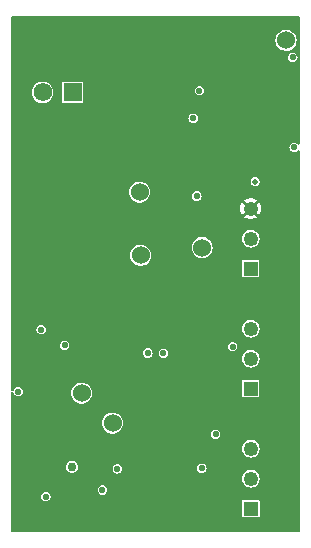
<source format=gbr>
%TF.GenerationSoftware,KiCad,Pcbnew,7.0.7*%
%TF.CreationDate,2023-10-04T23:23:25-04:00*%
%TF.ProjectId,AcousticsSingleChannel,41636f75-7374-4696-9373-53696e676c65,rev?*%
%TF.SameCoordinates,Original*%
%TF.FileFunction,Copper,L3,Inr*%
%TF.FilePolarity,Positive*%
%FSLAX46Y46*%
G04 Gerber Fmt 4.6, Leading zero omitted, Abs format (unit mm)*
G04 Created by KiCad (PCBNEW 7.0.7) date 2023-10-04 23:23:25*
%MOMM*%
%LPD*%
G01*
G04 APERTURE LIST*
%TA.AperFunction,ComponentPad*%
%ADD10C,1.524000*%
%TD*%
%TA.AperFunction,ComponentPad*%
%ADD11R,1.250000X1.250000*%
%TD*%
%TA.AperFunction,ComponentPad*%
%ADD12C,1.250000*%
%TD*%
%TA.AperFunction,ComponentPad*%
%ADD13R,1.570000X1.570000*%
%TD*%
%TA.AperFunction,ComponentPad*%
%ADD14C,1.570000*%
%TD*%
%TA.AperFunction,ViaPad*%
%ADD15C,0.550000*%
%TD*%
%TA.AperFunction,ViaPad*%
%ADD16C,0.762000*%
%TD*%
%TA.AperFunction,ViaPad*%
%ADD17C,0.508000*%
%TD*%
G04 APERTURE END LIST*
D10*
%TO.N,/Band Pass Filter/F1_Out*%
%TO.C,*%
X147104060Y-93902005D03*
%TD*%
D11*
%TO.N,GND*%
%TO.C,J3*%
X156497060Y-100379005D03*
D12*
%TO.N,VCC*%
X156497060Y-97839005D03*
%TO.N,AGND*%
X156497060Y-95299005D03*
%TD*%
D10*
%TO.N,/BufferBiasAmp/BBA_OUT*%
%TO.C,*%
X159495850Y-81065985D03*
%TD*%
%TO.N,/Band Pass Filter/F2_Out*%
%TO.C,*%
X147193130Y-99264135D03*
%TD*%
%TO.N,/OutputAmplifier/Amp_Out*%
%TO.C,*%
X142198850Y-110921425D03*
%TD*%
%TO.N,/Band Pass Filter/BPF_OUT*%
%TO.C,*%
X144809960Y-113461855D03*
%TD*%
D11*
%TO.N,/OutputAmplifier/G0_out*%
%TO.C,J1*%
X156497060Y-110539005D03*
D12*
%TO.N,/OutputAmplifier/G1_out*%
X156497060Y-107999005D03*
%TO.N,/OutputAmplifier/G2_out*%
X156497060Y-105459005D03*
%TD*%
D11*
%TO.N,Net-(J2-Pad1)*%
%TO.C,J2*%
X156502060Y-120699005D03*
D12*
%TO.N,Net-(U4-CLK)*%
X156502060Y-118159005D03*
%TO.N,Net-(U4-~{CS})*%
X156502060Y-115619005D03*
%TD*%
D13*
%TO.N,GND*%
%TO.C,J8*%
X141424670Y-85460765D03*
D14*
%TO.N,/BufferBiasAmp/BBA_IN*%
X138884670Y-85460765D03*
%TD*%
D10*
%TO.N,/Band Pass Filter/F3_Out*%
%TO.C,*%
X152396430Y-98598235D03*
%TD*%
D15*
%TO.N,VCC*%
X138767240Y-105543095D03*
X160193940Y-90128805D03*
D16*
X141389060Y-117164605D03*
D15*
X154978060Y-106983005D03*
X151644030Y-87656185D03*
X147801310Y-107528845D03*
X152364830Y-117284755D03*
%TO.N,GND*%
X139167562Y-119683005D03*
X149122260Y-107552225D03*
X151944900Y-94238165D03*
X136817060Y-110793005D03*
X152163480Y-85307565D03*
X153525920Y-114393665D03*
X140754060Y-106881405D03*
X160046970Y-82498885D03*
X143949930Y-119125595D03*
D17*
%TO.N,AGND*%
X149557140Y-114758175D03*
D15*
X152335320Y-79738225D03*
X150826680Y-85621885D03*
D17*
X150764750Y-114783685D03*
X150418210Y-119157205D03*
D15*
X153133430Y-87638015D03*
X148585470Y-106241905D03*
D17*
X147541970Y-119149485D03*
X149051900Y-119185215D03*
D15*
X145455910Y-97988195D03*
X142865160Y-116835605D03*
D17*
X148116120Y-114840215D03*
X145497310Y-114958245D03*
X145951630Y-119158415D03*
D15*
X148882060Y-113079005D03*
X151931090Y-97107595D03*
X158568490Y-89270005D03*
D17*
%TO.N,/Band Pass Filter/F1_Out*%
X156883060Y-93013005D03*
D15*
%TO.N,/Band Pass Filter/BPF_OUT*%
X145217250Y-117332995D03*
%TD*%
%TA.AperFunction,Conductor*%
%TO.N,AGND*%
G36*
X160636099Y-79009190D02*
G01*
X160681854Y-79061994D01*
X160693060Y-79113505D01*
X160693060Y-82429604D01*
X160673375Y-82496643D01*
X160669182Y-82500275D01*
X160692037Y-82552272D01*
X160693060Y-82568165D01*
X160693060Y-89759342D01*
X160673375Y-89826381D01*
X160620571Y-89872136D01*
X160551413Y-89882080D01*
X160487857Y-89853055D01*
X160481379Y-89847023D01*
X160433474Y-89799118D01*
X160319866Y-89741231D01*
X160193943Y-89721288D01*
X160193937Y-89721288D01*
X160068013Y-89741231D01*
X159954405Y-89799118D01*
X159864253Y-89889270D01*
X159806366Y-90002878D01*
X159786423Y-90128801D01*
X159786423Y-90128808D01*
X159806366Y-90254731D01*
X159864253Y-90368339D01*
X159954405Y-90458491D01*
X159954407Y-90458492D01*
X159954408Y-90458493D01*
X160068010Y-90516377D01*
X160068011Y-90516377D01*
X160068013Y-90516378D01*
X160193937Y-90536322D01*
X160193940Y-90536322D01*
X160193943Y-90536322D01*
X160319866Y-90516378D01*
X160319867Y-90516377D01*
X160319870Y-90516377D01*
X160433472Y-90458493D01*
X160433474Y-90458490D01*
X160481379Y-90410587D01*
X160542702Y-90377102D01*
X160612394Y-90382086D01*
X160668327Y-90423958D01*
X160692744Y-90489422D01*
X160693060Y-90498268D01*
X160693060Y-122533505D01*
X160673375Y-122600544D01*
X160620571Y-122646299D01*
X160569060Y-122657505D01*
X136306060Y-122657505D01*
X136239021Y-122637820D01*
X136193266Y-122585016D01*
X136182060Y-122533505D01*
X136182060Y-121336563D01*
X155749560Y-121336563D01*
X155756958Y-121373754D01*
X155785137Y-121415927D01*
X155827310Y-121444106D01*
X155827312Y-121444107D01*
X155855265Y-121449667D01*
X155864501Y-121451505D01*
X155864502Y-121451505D01*
X157139619Y-121451505D01*
X157147017Y-121450033D01*
X157176808Y-121444107D01*
X157218982Y-121415927D01*
X157247162Y-121373753D01*
X157254560Y-121336563D01*
X157254560Y-120061447D01*
X157247162Y-120024257D01*
X157247161Y-120024255D01*
X157218982Y-119982082D01*
X157176809Y-119953903D01*
X157139619Y-119946505D01*
X157139618Y-119946505D01*
X155864502Y-119946505D01*
X155864501Y-119946505D01*
X155827310Y-119953903D01*
X155785137Y-119982082D01*
X155756958Y-120024255D01*
X155749560Y-120061446D01*
X155749560Y-121336563D01*
X136182060Y-121336563D01*
X136182060Y-119683008D01*
X138760045Y-119683008D01*
X138779988Y-119808931D01*
X138837875Y-119922539D01*
X138928027Y-120012691D01*
X138928029Y-120012692D01*
X138928030Y-120012693D01*
X139041632Y-120070577D01*
X139041633Y-120070577D01*
X139041635Y-120070578D01*
X139167559Y-120090522D01*
X139167562Y-120090522D01*
X139167565Y-120090522D01*
X139293488Y-120070578D01*
X139293489Y-120070577D01*
X139293492Y-120070577D01*
X139407094Y-120012693D01*
X139497250Y-119922537D01*
X139555134Y-119808935D01*
X139575079Y-119683005D01*
X139575079Y-119683001D01*
X139555135Y-119557078D01*
X139555134Y-119557076D01*
X139555134Y-119557075D01*
X139497250Y-119443473D01*
X139497249Y-119443472D01*
X139497248Y-119443470D01*
X139407096Y-119353318D01*
X139293488Y-119295431D01*
X139167565Y-119275488D01*
X139167559Y-119275488D01*
X139041635Y-119295431D01*
X138928027Y-119353318D01*
X138837875Y-119443470D01*
X138779988Y-119557078D01*
X138760045Y-119683001D01*
X138760045Y-119683008D01*
X136182060Y-119683008D01*
X136182060Y-119125598D01*
X143542413Y-119125598D01*
X143562356Y-119251521D01*
X143620243Y-119365129D01*
X143710395Y-119455281D01*
X143710397Y-119455282D01*
X143710398Y-119455283D01*
X143824000Y-119513167D01*
X143824001Y-119513167D01*
X143824003Y-119513168D01*
X143949927Y-119533112D01*
X143949930Y-119533112D01*
X143949933Y-119533112D01*
X144075856Y-119513168D01*
X144075857Y-119513167D01*
X144075860Y-119513167D01*
X144189462Y-119455283D01*
X144279618Y-119365127D01*
X144337502Y-119251525D01*
X144357447Y-119125595D01*
X144357447Y-119125591D01*
X144337503Y-118999668D01*
X144337502Y-118999666D01*
X144337502Y-118999665D01*
X144279618Y-118886063D01*
X144279617Y-118886062D01*
X144279616Y-118886060D01*
X144189464Y-118795908D01*
X144075856Y-118738021D01*
X143949933Y-118718078D01*
X143949927Y-118718078D01*
X143824003Y-118738021D01*
X143710395Y-118795908D01*
X143620243Y-118886060D01*
X143562356Y-118999668D01*
X143542413Y-119125591D01*
X143542413Y-119125598D01*
X136182060Y-119125598D01*
X136182060Y-118159008D01*
X155744798Y-118159008D01*
X155763782Y-118327508D01*
X155819790Y-118487568D01*
X155819791Y-118487569D01*
X155910009Y-118631150D01*
X156029915Y-118751056D01*
X156173493Y-118841272D01*
X156173496Y-118841274D01*
X156333556Y-118897282D01*
X156502056Y-118916267D01*
X156502060Y-118916267D01*
X156502064Y-118916267D01*
X156670563Y-118897282D01*
X156670565Y-118897281D01*
X156670567Y-118897281D01*
X156830624Y-118841274D01*
X156974205Y-118751056D01*
X157094111Y-118631150D01*
X157184329Y-118487569D01*
X157240336Y-118327512D01*
X157240336Y-118327510D01*
X157240337Y-118327508D01*
X157259322Y-118159008D01*
X157259322Y-118159001D01*
X157240337Y-117990501D01*
X157184329Y-117830441D01*
X157184327Y-117830438D01*
X157115291Y-117720568D01*
X157094111Y-117686860D01*
X156974205Y-117566954D01*
X156830624Y-117476736D01*
X156830625Y-117476736D01*
X156830623Y-117476735D01*
X156670563Y-117420727D01*
X156502064Y-117401743D01*
X156502056Y-117401743D01*
X156333556Y-117420727D01*
X156173496Y-117476735D01*
X156173493Y-117476737D01*
X156029914Y-117566954D01*
X155910009Y-117686859D01*
X155819792Y-117830438D01*
X155819790Y-117830441D01*
X155763782Y-117990501D01*
X155744798Y-118159001D01*
X155744798Y-118159008D01*
X136182060Y-118159008D01*
X136182060Y-117164604D01*
X140875331Y-117164604D01*
X140896140Y-117309339D01*
X140938340Y-117401743D01*
X140956884Y-117442348D01*
X141052639Y-117552855D01*
X141052641Y-117552856D01*
X141052640Y-117552856D01*
X141074577Y-117566954D01*
X141175649Y-117631909D01*
X141280455Y-117662683D01*
X141315948Y-117673105D01*
X141315949Y-117673105D01*
X141462172Y-117673105D01*
X141486314Y-117666015D01*
X141602471Y-117631909D01*
X141725481Y-117552855D01*
X141821236Y-117442348D01*
X141871174Y-117332998D01*
X144809733Y-117332998D01*
X144829676Y-117458921D01*
X144887563Y-117572529D01*
X144977715Y-117662681D01*
X144977717Y-117662682D01*
X144977718Y-117662683D01*
X145091320Y-117720567D01*
X145091321Y-117720567D01*
X145091323Y-117720568D01*
X145217247Y-117740512D01*
X145217250Y-117740512D01*
X145217253Y-117740512D01*
X145343176Y-117720568D01*
X145343177Y-117720567D01*
X145343180Y-117720567D01*
X145456782Y-117662683D01*
X145546938Y-117572527D01*
X145604822Y-117458925D01*
X145604823Y-117458921D01*
X145624767Y-117332998D01*
X145624767Y-117332991D01*
X145617128Y-117284758D01*
X151957313Y-117284758D01*
X151977256Y-117410681D01*
X152035143Y-117524289D01*
X152125295Y-117614441D01*
X152125297Y-117614442D01*
X152125298Y-117614443D01*
X152238900Y-117672327D01*
X152238901Y-117672327D01*
X152238903Y-117672328D01*
X152364827Y-117692272D01*
X152364830Y-117692272D01*
X152364833Y-117692272D01*
X152490756Y-117672328D01*
X152490757Y-117672327D01*
X152490760Y-117672327D01*
X152604362Y-117614443D01*
X152694518Y-117524287D01*
X152752402Y-117410685D01*
X152752403Y-117410681D01*
X152772347Y-117284758D01*
X152772347Y-117284751D01*
X152752403Y-117158828D01*
X152752402Y-117158826D01*
X152752402Y-117158825D01*
X152694518Y-117045223D01*
X152694517Y-117045222D01*
X152694516Y-117045220D01*
X152604364Y-116955068D01*
X152490756Y-116897181D01*
X152364833Y-116877238D01*
X152364827Y-116877238D01*
X152238903Y-116897181D01*
X152125295Y-116955068D01*
X152035143Y-117045220D01*
X151977256Y-117158828D01*
X151957313Y-117284751D01*
X151957313Y-117284758D01*
X145617128Y-117284758D01*
X145604823Y-117207068D01*
X145604822Y-117207066D01*
X145604822Y-117207065D01*
X145546938Y-117093463D01*
X145546937Y-117093462D01*
X145546936Y-117093460D01*
X145456784Y-117003308D01*
X145343176Y-116945421D01*
X145217253Y-116925478D01*
X145217247Y-116925478D01*
X145091323Y-116945421D01*
X144977715Y-117003308D01*
X144887563Y-117093460D01*
X144829676Y-117207068D01*
X144809733Y-117332991D01*
X144809733Y-117332998D01*
X141871174Y-117332998D01*
X141881979Y-117309339D01*
X141902789Y-117164605D01*
X141881979Y-117019871D01*
X141874414Y-117003307D01*
X141825949Y-116897183D01*
X141821236Y-116886862D01*
X141725481Y-116776355D01*
X141725478Y-116776353D01*
X141725479Y-116776353D01*
X141602473Y-116697302D01*
X141602472Y-116697301D01*
X141602471Y-116697301D01*
X141520492Y-116673229D01*
X141462172Y-116656105D01*
X141462171Y-116656105D01*
X141315949Y-116656105D01*
X141315948Y-116656105D01*
X141175646Y-116697302D01*
X141052640Y-116776353D01*
X140956884Y-116886862D01*
X140956883Y-116886863D01*
X140896140Y-117019870D01*
X140875331Y-117164604D01*
X136182060Y-117164604D01*
X136182060Y-115619008D01*
X155744798Y-115619008D01*
X155763782Y-115787508D01*
X155819790Y-115947568D01*
X155819791Y-115947569D01*
X155910009Y-116091150D01*
X156029915Y-116211056D01*
X156173493Y-116301272D01*
X156173496Y-116301274D01*
X156333556Y-116357282D01*
X156502056Y-116376267D01*
X156502060Y-116376267D01*
X156502064Y-116376267D01*
X156670563Y-116357282D01*
X156670565Y-116357281D01*
X156670567Y-116357281D01*
X156830624Y-116301274D01*
X156974205Y-116211056D01*
X157094111Y-116091150D01*
X157184329Y-115947569D01*
X157240336Y-115787512D01*
X157240336Y-115787510D01*
X157240337Y-115787508D01*
X157259322Y-115619008D01*
X157259322Y-115619001D01*
X157240337Y-115450501D01*
X157184329Y-115290441D01*
X157184327Y-115290438D01*
X157094110Y-115146859D01*
X156974205Y-115026954D01*
X156830626Y-114936737D01*
X156830623Y-114936735D01*
X156670563Y-114880727D01*
X156502064Y-114861743D01*
X156502056Y-114861743D01*
X156333556Y-114880727D01*
X156173496Y-114936735D01*
X156173493Y-114936737D01*
X156029914Y-115026954D01*
X155910009Y-115146859D01*
X155819792Y-115290438D01*
X155819790Y-115290441D01*
X155763782Y-115450501D01*
X155744798Y-115619001D01*
X155744798Y-115619008D01*
X136182060Y-115619008D01*
X136182060Y-114393668D01*
X153118403Y-114393668D01*
X153138346Y-114519591D01*
X153196233Y-114633199D01*
X153286385Y-114723351D01*
X153286387Y-114723352D01*
X153286388Y-114723353D01*
X153399990Y-114781237D01*
X153399991Y-114781237D01*
X153399993Y-114781238D01*
X153525917Y-114801182D01*
X153525920Y-114801182D01*
X153525923Y-114801182D01*
X153651846Y-114781238D01*
X153651847Y-114781237D01*
X153651850Y-114781237D01*
X153765452Y-114723353D01*
X153855608Y-114633197D01*
X153913492Y-114519595D01*
X153933437Y-114393665D01*
X153933437Y-114393661D01*
X153913493Y-114267738D01*
X153913492Y-114267736D01*
X153913492Y-114267735D01*
X153855608Y-114154133D01*
X153855607Y-114154132D01*
X153855606Y-114154130D01*
X153765454Y-114063978D01*
X153651846Y-114006091D01*
X153525923Y-113986148D01*
X153525917Y-113986148D01*
X153399993Y-114006091D01*
X153286385Y-114063978D01*
X153196233Y-114154130D01*
X153138346Y-114267738D01*
X153118403Y-114393661D01*
X153118403Y-114393668D01*
X136182060Y-114393668D01*
X136182060Y-113461855D01*
X143915560Y-113461855D01*
X143935105Y-113647813D01*
X143935106Y-113647815D01*
X143992885Y-113825641D01*
X144086373Y-113987568D01*
X144211490Y-114126524D01*
X144362755Y-114236425D01*
X144362756Y-114236425D01*
X144362760Y-114236428D01*
X144464956Y-114281928D01*
X144533569Y-114312478D01*
X144533575Y-114312480D01*
X144716470Y-114351355D01*
X144716471Y-114351355D01*
X144903449Y-114351355D01*
X144903450Y-114351355D01*
X145086345Y-114312480D01*
X145086347Y-114312478D01*
X145086350Y-114312478D01*
X145109461Y-114302187D01*
X145257160Y-114236428D01*
X145408430Y-114126524D01*
X145533545Y-113987570D01*
X145627035Y-113825640D01*
X145684815Y-113647811D01*
X145704360Y-113461855D01*
X145684815Y-113275899D01*
X145627035Y-113098070D01*
X145533545Y-112936140D01*
X145408430Y-112797186D01*
X145408429Y-112797185D01*
X145257164Y-112687284D01*
X145257161Y-112687282D01*
X145257160Y-112687282D01*
X145211658Y-112667023D01*
X145086350Y-112611231D01*
X145086344Y-112611229D01*
X144942324Y-112580617D01*
X144903450Y-112572355D01*
X144716470Y-112572355D01*
X144684410Y-112579169D01*
X144533575Y-112611229D01*
X144533569Y-112611231D01*
X144362760Y-112687282D01*
X144362755Y-112687284D01*
X144211490Y-112797185D01*
X144086373Y-112936141D01*
X143992885Y-113098068D01*
X143935106Y-113275894D01*
X143935105Y-113275896D01*
X143915560Y-113461855D01*
X136182060Y-113461855D01*
X136182060Y-110932307D01*
X136201745Y-110865268D01*
X136254549Y-110819513D01*
X136323707Y-110809569D01*
X136387263Y-110838594D01*
X136425037Y-110897372D01*
X136428533Y-110912910D01*
X136429486Y-110918931D01*
X136429487Y-110918934D01*
X136429488Y-110918935D01*
X136468077Y-110994669D01*
X136487373Y-111032539D01*
X136577525Y-111122691D01*
X136577527Y-111122692D01*
X136577528Y-111122693D01*
X136691130Y-111180577D01*
X136691131Y-111180577D01*
X136691133Y-111180578D01*
X136817057Y-111200522D01*
X136817060Y-111200522D01*
X136817063Y-111200522D01*
X136942986Y-111180578D01*
X136942987Y-111180577D01*
X136942990Y-111180577D01*
X137056592Y-111122693D01*
X137146748Y-111032537D01*
X137203363Y-110921425D01*
X141304450Y-110921425D01*
X141323995Y-111107383D01*
X141323996Y-111107385D01*
X141381775Y-111285211D01*
X141475263Y-111447138D01*
X141600380Y-111586094D01*
X141751645Y-111695995D01*
X141751646Y-111695995D01*
X141751650Y-111695998D01*
X141853846Y-111741498D01*
X141922459Y-111772048D01*
X141922465Y-111772050D01*
X142105360Y-111810925D01*
X142105361Y-111810925D01*
X142292339Y-111810925D01*
X142292340Y-111810925D01*
X142475235Y-111772050D01*
X142475237Y-111772048D01*
X142475240Y-111772048D01*
X142498351Y-111761757D01*
X142646050Y-111695998D01*
X142797320Y-111586094D01*
X142922435Y-111447140D01*
X143015925Y-111285210D01*
X143051226Y-111176563D01*
X155744560Y-111176563D01*
X155751958Y-111213754D01*
X155780137Y-111255927D01*
X155822310Y-111284106D01*
X155822312Y-111284107D01*
X155850265Y-111289667D01*
X155859501Y-111291505D01*
X155859502Y-111291505D01*
X157134619Y-111291505D01*
X157142017Y-111290033D01*
X157171808Y-111284107D01*
X157213982Y-111255927D01*
X157242162Y-111213753D01*
X157249560Y-111176563D01*
X157249560Y-109901447D01*
X157242162Y-109864257D01*
X157242161Y-109864255D01*
X157213982Y-109822082D01*
X157171809Y-109793903D01*
X157134619Y-109786505D01*
X157134618Y-109786505D01*
X155859502Y-109786505D01*
X155859501Y-109786505D01*
X155822310Y-109793903D01*
X155780137Y-109822082D01*
X155751958Y-109864255D01*
X155744560Y-109901446D01*
X155744560Y-111176563D01*
X143051226Y-111176563D01*
X143073705Y-111107381D01*
X143093250Y-110921425D01*
X143073705Y-110735469D01*
X143015925Y-110557640D01*
X143013519Y-110553473D01*
X142922436Y-110395711D01*
X142797319Y-110256755D01*
X142646054Y-110146854D01*
X142646051Y-110146852D01*
X142646050Y-110146852D01*
X142600548Y-110126593D01*
X142475240Y-110070801D01*
X142475234Y-110070799D01*
X142331214Y-110040187D01*
X142292340Y-110031925D01*
X142105360Y-110031925D01*
X142073300Y-110038739D01*
X141922465Y-110070799D01*
X141922459Y-110070801D01*
X141751650Y-110146852D01*
X141751645Y-110146854D01*
X141600380Y-110256755D01*
X141475263Y-110395711D01*
X141381775Y-110557638D01*
X141323996Y-110735464D01*
X141323995Y-110735466D01*
X141304450Y-110921425D01*
X137203363Y-110921425D01*
X137204632Y-110918935D01*
X137204633Y-110918931D01*
X137224577Y-110793008D01*
X137224577Y-110793001D01*
X137204633Y-110667078D01*
X137204632Y-110667076D01*
X137204632Y-110667075D01*
X137146748Y-110553473D01*
X137146747Y-110553472D01*
X137146746Y-110553470D01*
X137056594Y-110463318D01*
X136942986Y-110405431D01*
X136817063Y-110385488D01*
X136817057Y-110385488D01*
X136691133Y-110405431D01*
X136577525Y-110463318D01*
X136487373Y-110553470D01*
X136429486Y-110667078D01*
X136428533Y-110673100D01*
X136398604Y-110736235D01*
X136339292Y-110773166D01*
X136269429Y-110772168D01*
X136211197Y-110733558D01*
X136183083Y-110669594D01*
X136182060Y-110653702D01*
X136182060Y-107999008D01*
X155739798Y-107999008D01*
X155758782Y-108167508D01*
X155814790Y-108327568D01*
X155814791Y-108327569D01*
X155905009Y-108471150D01*
X156024915Y-108591056D01*
X156168493Y-108681272D01*
X156168496Y-108681274D01*
X156328556Y-108737282D01*
X156497056Y-108756267D01*
X156497060Y-108756267D01*
X156497064Y-108756267D01*
X156665563Y-108737282D01*
X156665565Y-108737281D01*
X156665567Y-108737281D01*
X156825624Y-108681274D01*
X156969205Y-108591056D01*
X157089111Y-108471150D01*
X157179329Y-108327569D01*
X157235336Y-108167512D01*
X157235336Y-108167510D01*
X157235337Y-108167508D01*
X157254322Y-107999008D01*
X157254322Y-107999001D01*
X157235337Y-107830501D01*
X157179329Y-107670441D01*
X157179327Y-107670438D01*
X157169483Y-107654771D01*
X157089111Y-107526860D01*
X156969205Y-107406954D01*
X156911313Y-107370578D01*
X156825626Y-107316737D01*
X156825623Y-107316735D01*
X156665563Y-107260727D01*
X156497064Y-107241743D01*
X156497056Y-107241743D01*
X156328556Y-107260727D01*
X156168496Y-107316735D01*
X156168493Y-107316737D01*
X156024914Y-107406954D01*
X155905009Y-107526859D01*
X155814792Y-107670438D01*
X155814790Y-107670441D01*
X155758782Y-107830501D01*
X155739798Y-107999001D01*
X155739798Y-107999008D01*
X136182060Y-107999008D01*
X136182060Y-107528848D01*
X147393793Y-107528848D01*
X147413736Y-107654771D01*
X147471623Y-107768379D01*
X147561775Y-107858531D01*
X147561777Y-107858532D01*
X147561778Y-107858533D01*
X147675380Y-107916417D01*
X147675381Y-107916417D01*
X147675383Y-107916418D01*
X147801307Y-107936362D01*
X147801310Y-107936362D01*
X147801313Y-107936362D01*
X147927236Y-107916418D01*
X147927237Y-107916417D01*
X147927240Y-107916417D01*
X148040842Y-107858533D01*
X148130998Y-107768377D01*
X148188882Y-107654775D01*
X148205124Y-107552228D01*
X148714743Y-107552228D01*
X148734686Y-107678151D01*
X148792573Y-107791759D01*
X148882725Y-107881911D01*
X148882727Y-107881912D01*
X148882728Y-107881913D01*
X148996330Y-107939797D01*
X148996331Y-107939797D01*
X148996333Y-107939798D01*
X149122257Y-107959742D01*
X149122260Y-107959742D01*
X149122263Y-107959742D01*
X149248186Y-107939798D01*
X149248187Y-107939797D01*
X149248190Y-107939797D01*
X149361792Y-107881913D01*
X149451948Y-107791757D01*
X149509832Y-107678155D01*
X149511054Y-107670441D01*
X149529777Y-107552228D01*
X149529777Y-107552221D01*
X149509833Y-107426298D01*
X149509832Y-107426296D01*
X149509832Y-107426295D01*
X149451948Y-107312693D01*
X149451947Y-107312692D01*
X149451946Y-107312690D01*
X149361794Y-107222538D01*
X149248186Y-107164651D01*
X149122263Y-107144708D01*
X149122257Y-107144708D01*
X148996333Y-107164651D01*
X148882725Y-107222538D01*
X148792573Y-107312690D01*
X148734686Y-107426298D01*
X148714743Y-107552221D01*
X148714743Y-107552228D01*
X148205124Y-107552228D01*
X148208827Y-107528845D01*
X148208827Y-107528841D01*
X148188883Y-107402918D01*
X148188882Y-107402916D01*
X148188882Y-107402915D01*
X148130998Y-107289313D01*
X148130997Y-107289312D01*
X148130996Y-107289310D01*
X148040844Y-107199158D01*
X147927236Y-107141271D01*
X147801313Y-107121328D01*
X147801307Y-107121328D01*
X147675383Y-107141271D01*
X147561775Y-107199158D01*
X147471623Y-107289310D01*
X147413736Y-107402918D01*
X147393793Y-107528841D01*
X147393793Y-107528848D01*
X136182060Y-107528848D01*
X136182060Y-106881408D01*
X140346543Y-106881408D01*
X140366486Y-107007331D01*
X140424373Y-107120939D01*
X140514525Y-107211091D01*
X140514527Y-107211092D01*
X140514528Y-107211093D01*
X140628130Y-107268977D01*
X140628131Y-107268977D01*
X140628133Y-107268978D01*
X140754057Y-107288922D01*
X140754060Y-107288922D01*
X140754063Y-107288922D01*
X140879986Y-107268978D01*
X140879987Y-107268977D01*
X140879990Y-107268977D01*
X140993592Y-107211093D01*
X141083748Y-107120937D01*
X141141632Y-107007335D01*
X141145485Y-106983008D01*
X154570543Y-106983008D01*
X154590486Y-107108931D01*
X154648373Y-107222539D01*
X154738525Y-107312691D01*
X154738527Y-107312692D01*
X154738528Y-107312693D01*
X154852130Y-107370577D01*
X154852131Y-107370577D01*
X154852133Y-107370578D01*
X154978057Y-107390522D01*
X154978060Y-107390522D01*
X154978063Y-107390522D01*
X155103986Y-107370578D01*
X155103987Y-107370577D01*
X155103990Y-107370577D01*
X155217592Y-107312693D01*
X155307748Y-107222537D01*
X155365632Y-107108935D01*
X155381724Y-107007335D01*
X155385577Y-106983008D01*
X155385577Y-106983001D01*
X155365633Y-106857078D01*
X155365632Y-106857076D01*
X155365632Y-106857075D01*
X155307748Y-106743473D01*
X155307747Y-106743472D01*
X155307746Y-106743470D01*
X155217594Y-106653318D01*
X155103986Y-106595431D01*
X154978063Y-106575488D01*
X154978057Y-106575488D01*
X154852133Y-106595431D01*
X154738525Y-106653318D01*
X154648373Y-106743470D01*
X154590486Y-106857078D01*
X154570543Y-106983001D01*
X154570543Y-106983008D01*
X141145485Y-106983008D01*
X141161577Y-106881408D01*
X141161577Y-106881401D01*
X141141633Y-106755478D01*
X141141632Y-106755476D01*
X141141632Y-106755475D01*
X141083748Y-106641873D01*
X141083747Y-106641872D01*
X141083746Y-106641870D01*
X140993594Y-106551718D01*
X140879986Y-106493831D01*
X140754063Y-106473888D01*
X140754057Y-106473888D01*
X140628133Y-106493831D01*
X140514525Y-106551718D01*
X140424373Y-106641870D01*
X140366486Y-106755478D01*
X140346543Y-106881401D01*
X140346543Y-106881408D01*
X136182060Y-106881408D01*
X136182060Y-105543098D01*
X138359723Y-105543098D01*
X138379666Y-105669021D01*
X138437553Y-105782629D01*
X138527705Y-105872781D01*
X138527707Y-105872782D01*
X138527708Y-105872783D01*
X138641310Y-105930667D01*
X138641311Y-105930667D01*
X138641313Y-105930668D01*
X138767237Y-105950612D01*
X138767240Y-105950612D01*
X138767243Y-105950612D01*
X138893166Y-105930668D01*
X138893167Y-105930667D01*
X138893170Y-105930667D01*
X139006772Y-105872783D01*
X139096928Y-105782627D01*
X139154812Y-105669025D01*
X139174757Y-105543095D01*
X139174757Y-105543091D01*
X139161440Y-105459008D01*
X155739798Y-105459008D01*
X155758782Y-105627508D01*
X155814790Y-105787568D01*
X155814792Y-105787571D01*
X155904706Y-105930667D01*
X155905009Y-105931150D01*
X156024915Y-106051056D01*
X156168493Y-106141272D01*
X156168496Y-106141274D01*
X156328556Y-106197282D01*
X156497056Y-106216267D01*
X156497060Y-106216267D01*
X156497064Y-106216267D01*
X156665563Y-106197282D01*
X156665565Y-106197281D01*
X156665567Y-106197281D01*
X156825624Y-106141274D01*
X156969205Y-106051056D01*
X157089111Y-105931150D01*
X157179329Y-105787569D01*
X157235336Y-105627512D01*
X157235336Y-105627510D01*
X157235337Y-105627508D01*
X157254322Y-105459008D01*
X157254322Y-105459001D01*
X157235337Y-105290501D01*
X157179329Y-105130441D01*
X157179327Y-105130438D01*
X157089110Y-104986859D01*
X156969205Y-104866954D01*
X156825626Y-104776737D01*
X156825623Y-104776735D01*
X156665563Y-104720727D01*
X156497064Y-104701743D01*
X156497056Y-104701743D01*
X156328556Y-104720727D01*
X156168496Y-104776735D01*
X156168493Y-104776737D01*
X156024914Y-104866954D01*
X155905009Y-104986859D01*
X155814792Y-105130438D01*
X155814790Y-105130441D01*
X155758782Y-105290501D01*
X155739798Y-105459001D01*
X155739798Y-105459008D01*
X139161440Y-105459008D01*
X139154813Y-105417168D01*
X139154812Y-105417166D01*
X139154812Y-105417165D01*
X139096928Y-105303563D01*
X139096927Y-105303562D01*
X139096926Y-105303560D01*
X139006774Y-105213408D01*
X138893166Y-105155521D01*
X138767243Y-105135578D01*
X138767237Y-105135578D01*
X138641313Y-105155521D01*
X138527705Y-105213408D01*
X138437553Y-105303560D01*
X138379666Y-105417168D01*
X138359723Y-105543091D01*
X138359723Y-105543098D01*
X136182060Y-105543098D01*
X136182060Y-101016563D01*
X155744560Y-101016563D01*
X155751958Y-101053754D01*
X155780137Y-101095927D01*
X155822310Y-101124106D01*
X155822312Y-101124107D01*
X155850265Y-101129667D01*
X155859501Y-101131505D01*
X155859502Y-101131505D01*
X157134619Y-101131505D01*
X157142017Y-101130033D01*
X157171808Y-101124107D01*
X157213982Y-101095927D01*
X157242162Y-101053753D01*
X157249560Y-101016563D01*
X157249560Y-99741447D01*
X157242162Y-99704257D01*
X157242161Y-99704255D01*
X157213982Y-99662082D01*
X157171809Y-99633903D01*
X157134619Y-99626505D01*
X157134618Y-99626505D01*
X155859502Y-99626505D01*
X155859501Y-99626505D01*
X155822310Y-99633903D01*
X155780137Y-99662082D01*
X155751958Y-99704255D01*
X155744560Y-99741446D01*
X155744560Y-101016563D01*
X136182060Y-101016563D01*
X136182060Y-99264134D01*
X146298730Y-99264134D01*
X146318275Y-99450093D01*
X146318276Y-99450095D01*
X146376055Y-99627921D01*
X146469543Y-99789848D01*
X146594660Y-99928804D01*
X146745925Y-100038705D01*
X146745926Y-100038705D01*
X146745930Y-100038708D01*
X146848126Y-100084208D01*
X146916739Y-100114758D01*
X146916745Y-100114760D01*
X147099640Y-100153635D01*
X147099641Y-100153635D01*
X147286619Y-100153635D01*
X147286620Y-100153635D01*
X147469515Y-100114760D01*
X147469517Y-100114758D01*
X147469520Y-100114758D01*
X147492631Y-100104467D01*
X147640330Y-100038708D01*
X147791600Y-99928804D01*
X147916715Y-99789850D01*
X148010205Y-99627920D01*
X148067985Y-99450091D01*
X148087530Y-99264135D01*
X148067985Y-99078179D01*
X148010205Y-98900350D01*
X147916715Y-98738420D01*
X147791600Y-98599466D01*
X147789906Y-98598235D01*
X147789905Y-98598234D01*
X151502030Y-98598234D01*
X151521575Y-98784193D01*
X151521576Y-98784195D01*
X151579355Y-98962021D01*
X151672843Y-99123948D01*
X151797960Y-99262904D01*
X151949225Y-99372805D01*
X151949226Y-99372805D01*
X151949230Y-99372808D01*
X152051426Y-99418308D01*
X152120039Y-99448858D01*
X152120045Y-99448860D01*
X152302940Y-99487735D01*
X152302941Y-99487735D01*
X152489919Y-99487735D01*
X152489920Y-99487735D01*
X152672815Y-99448860D01*
X152672817Y-99448858D01*
X152672820Y-99448858D01*
X152695931Y-99438567D01*
X152843630Y-99372808D01*
X152994900Y-99262904D01*
X153120015Y-99123950D01*
X153213505Y-98962020D01*
X153271285Y-98784191D01*
X153290830Y-98598235D01*
X153271285Y-98412279D01*
X153213505Y-98234450D01*
X153174893Y-98167571D01*
X153120016Y-98072521D01*
X152994899Y-97933565D01*
X152864753Y-97839008D01*
X155739798Y-97839008D01*
X155758782Y-98007508D01*
X155814790Y-98167568D01*
X155814791Y-98167569D01*
X155905009Y-98311150D01*
X156024915Y-98431056D01*
X156118027Y-98489562D01*
X156168493Y-98521272D01*
X156168496Y-98521274D01*
X156328556Y-98577282D01*
X156497056Y-98596267D01*
X156497060Y-98596267D01*
X156497064Y-98596267D01*
X156665563Y-98577282D01*
X156665565Y-98577281D01*
X156665567Y-98577281D01*
X156825624Y-98521274D01*
X156969205Y-98431056D01*
X157089111Y-98311150D01*
X157179329Y-98167569D01*
X157235336Y-98007512D01*
X157235336Y-98007510D01*
X157235337Y-98007508D01*
X157254322Y-97839008D01*
X157254322Y-97839001D01*
X157235337Y-97670501D01*
X157179329Y-97510441D01*
X157179327Y-97510438D01*
X157089110Y-97366859D01*
X156969205Y-97246954D01*
X156825626Y-97156737D01*
X156825623Y-97156735D01*
X156665563Y-97100727D01*
X156497064Y-97081743D01*
X156497056Y-97081743D01*
X156328556Y-97100727D01*
X156168496Y-97156735D01*
X156168493Y-97156737D01*
X156024914Y-97246954D01*
X155905009Y-97366859D01*
X155814792Y-97510438D01*
X155814790Y-97510441D01*
X155758782Y-97670501D01*
X155739798Y-97839001D01*
X155739798Y-97839008D01*
X152864753Y-97839008D01*
X152843634Y-97823664D01*
X152843631Y-97823662D01*
X152843630Y-97823662D01*
X152798128Y-97803403D01*
X152672820Y-97747611D01*
X152672814Y-97747609D01*
X152528794Y-97716997D01*
X152489920Y-97708735D01*
X152302940Y-97708735D01*
X152270880Y-97715549D01*
X152120045Y-97747609D01*
X152120039Y-97747611D01*
X151949230Y-97823662D01*
X151949225Y-97823664D01*
X151797960Y-97933565D01*
X151672843Y-98072521D01*
X151579355Y-98234448D01*
X151521576Y-98412274D01*
X151521575Y-98412276D01*
X151502030Y-98598234D01*
X147789905Y-98598234D01*
X147640334Y-98489564D01*
X147640331Y-98489562D01*
X147640330Y-98489562D01*
X147594828Y-98469303D01*
X147469520Y-98413511D01*
X147469514Y-98413509D01*
X147325494Y-98382897D01*
X147286620Y-98374635D01*
X147099640Y-98374635D01*
X147067580Y-98381449D01*
X146916745Y-98413509D01*
X146916739Y-98413511D01*
X146745930Y-98489562D01*
X146745925Y-98489564D01*
X146594660Y-98599465D01*
X146469543Y-98738421D01*
X146376055Y-98900348D01*
X146318276Y-99078174D01*
X146318275Y-99078176D01*
X146298730Y-99264134D01*
X136182060Y-99264134D01*
X136182060Y-95299005D01*
X155613218Y-95299005D01*
X155632533Y-95482769D01*
X155689627Y-95658490D01*
X155689630Y-95658496D01*
X155782016Y-95818513D01*
X155789563Y-95826894D01*
X155789565Y-95826894D01*
X155999049Y-95617410D01*
X156060372Y-95583925D01*
X156130063Y-95588909D01*
X156183684Y-95627787D01*
X156187282Y-95632300D01*
X156187450Y-95632510D01*
X156213851Y-95697200D01*
X156201087Y-95765894D01*
X156178175Y-95797493D01*
X155971790Y-96003877D01*
X155971790Y-96003879D01*
X156055137Y-96064434D01*
X156055138Y-96064435D01*
X156223939Y-96139589D01*
X156404674Y-96178005D01*
X156589446Y-96178005D01*
X156770180Y-96139589D01*
X156938982Y-96064433D01*
X157022328Y-96003878D01*
X157022329Y-96003878D01*
X156813341Y-95794891D01*
X156779856Y-95733568D01*
X156784840Y-95663877D01*
X156816686Y-95616307D01*
X156821088Y-95612223D01*
X156883622Y-95581058D01*
X156953078Y-95588648D01*
X156993105Y-95615445D01*
X157204554Y-95826894D01*
X157204555Y-95826894D01*
X157212100Y-95818516D01*
X157212104Y-95818511D01*
X157304489Y-95658496D01*
X157304492Y-95658490D01*
X157361586Y-95482769D01*
X157380901Y-95299005D01*
X157361586Y-95115240D01*
X157304492Y-94939519D01*
X157304489Y-94939513D01*
X157212104Y-94779498D01*
X157204554Y-94771113D01*
X156995070Y-94980598D01*
X156933747Y-95014083D01*
X156864055Y-95009099D01*
X156810443Y-94970231D01*
X156806678Y-94965510D01*
X156780269Y-94900824D01*
X156793024Y-94832129D01*
X156815943Y-94800515D01*
X157022328Y-94594130D01*
X156938976Y-94533572D01*
X156770180Y-94458420D01*
X156589446Y-94420005D01*
X156404674Y-94420005D01*
X156223939Y-94458420D01*
X156223938Y-94458420D01*
X156055141Y-94533573D01*
X155971790Y-94594129D01*
X155971790Y-94594130D01*
X156180778Y-94803118D01*
X156214263Y-94864441D01*
X156209279Y-94934133D01*
X156177433Y-94981702D01*
X156173031Y-94985786D01*
X156110497Y-95016951D01*
X156041041Y-95009361D01*
X156001014Y-94982564D01*
X155789564Y-94771114D01*
X155789563Y-94771114D01*
X155782018Y-94779494D01*
X155782014Y-94779499D01*
X155689630Y-94939513D01*
X155689627Y-94939519D01*
X155632533Y-95115240D01*
X155613218Y-95299005D01*
X136182060Y-95299005D01*
X136182060Y-93902004D01*
X146209660Y-93902004D01*
X146229205Y-94087963D01*
X146229206Y-94087965D01*
X146286985Y-94265791D01*
X146380473Y-94427718D01*
X146505590Y-94566674D01*
X146656855Y-94676575D01*
X146656856Y-94676575D01*
X146656860Y-94676578D01*
X146759056Y-94722078D01*
X146827669Y-94752628D01*
X146827675Y-94752630D01*
X147010570Y-94791505D01*
X147010571Y-94791505D01*
X147197549Y-94791505D01*
X147197550Y-94791505D01*
X147380445Y-94752630D01*
X147380447Y-94752628D01*
X147380450Y-94752628D01*
X147403561Y-94742337D01*
X147551260Y-94676578D01*
X147702530Y-94566674D01*
X147827645Y-94427720D01*
X147921135Y-94265790D01*
X147930110Y-94238168D01*
X151537383Y-94238168D01*
X151557326Y-94364091D01*
X151615213Y-94477699D01*
X151705365Y-94567851D01*
X151705367Y-94567852D01*
X151705368Y-94567853D01*
X151818970Y-94625737D01*
X151818971Y-94625737D01*
X151818973Y-94625738D01*
X151944897Y-94645682D01*
X151944900Y-94645682D01*
X151944903Y-94645682D01*
X152070826Y-94625738D01*
X152070827Y-94625737D01*
X152070830Y-94625737D01*
X152184432Y-94567853D01*
X152274588Y-94477697D01*
X152332472Y-94364095D01*
X152352417Y-94238165D01*
X152352417Y-94238161D01*
X152332473Y-94112238D01*
X152332472Y-94112236D01*
X152332472Y-94112235D01*
X152274588Y-93998633D01*
X152274587Y-93998632D01*
X152274586Y-93998630D01*
X152184434Y-93908478D01*
X152070826Y-93850591D01*
X151944903Y-93830648D01*
X151944897Y-93830648D01*
X151818973Y-93850591D01*
X151705365Y-93908478D01*
X151615213Y-93998630D01*
X151557326Y-94112238D01*
X151537383Y-94238161D01*
X151537383Y-94238168D01*
X147930110Y-94238168D01*
X147978915Y-94087961D01*
X147998460Y-93902005D01*
X147978915Y-93716049D01*
X147921135Y-93538220D01*
X147840907Y-93399260D01*
X147827646Y-93376291D01*
X147702529Y-93237335D01*
X147551264Y-93127434D01*
X147551261Y-93127432D01*
X147551260Y-93127432D01*
X147505758Y-93107173D01*
X147380450Y-93051381D01*
X147380444Y-93051379D01*
X147236423Y-93020767D01*
X147199912Y-93013007D01*
X156496805Y-93013007D01*
X156515708Y-93132361D01*
X156570571Y-93240038D01*
X156656026Y-93325493D01*
X156763703Y-93380356D01*
X156883058Y-93399260D01*
X156883060Y-93399260D01*
X156883062Y-93399260D01*
X157002416Y-93380356D01*
X157002417Y-93380355D01*
X157002419Y-93380355D01*
X157110095Y-93325492D01*
X157195547Y-93240040D01*
X157250410Y-93132364D01*
X157250410Y-93132362D01*
X157250411Y-93132361D01*
X157269315Y-93013007D01*
X157269315Y-93013002D01*
X157250411Y-92893648D01*
X157195548Y-92785971D01*
X157110093Y-92700516D01*
X157002416Y-92645653D01*
X156883062Y-92626750D01*
X156883058Y-92626750D01*
X156763703Y-92645653D01*
X156656026Y-92700516D01*
X156570571Y-92785971D01*
X156515708Y-92893648D01*
X156496805Y-93013002D01*
X156496805Y-93013007D01*
X147199912Y-93013007D01*
X147197550Y-93012505D01*
X147010570Y-93012505D01*
X146978510Y-93019319D01*
X146827675Y-93051379D01*
X146827669Y-93051381D01*
X146656860Y-93127432D01*
X146656855Y-93127434D01*
X146505590Y-93237335D01*
X146380473Y-93376291D01*
X146286985Y-93538218D01*
X146229206Y-93716044D01*
X146229205Y-93716046D01*
X146209660Y-93902004D01*
X136182060Y-93902004D01*
X136182060Y-87656188D01*
X151236513Y-87656188D01*
X151256456Y-87782111D01*
X151314343Y-87895719D01*
X151404495Y-87985871D01*
X151404497Y-87985872D01*
X151404498Y-87985873D01*
X151518100Y-88043757D01*
X151518101Y-88043757D01*
X151518103Y-88043758D01*
X151644027Y-88063702D01*
X151644030Y-88063702D01*
X151644033Y-88063702D01*
X151769956Y-88043758D01*
X151769957Y-88043757D01*
X151769960Y-88043757D01*
X151883562Y-87985873D01*
X151973718Y-87895717D01*
X152031602Y-87782115D01*
X152051547Y-87656185D01*
X152051547Y-87656181D01*
X152031603Y-87530258D01*
X152031602Y-87530256D01*
X152031602Y-87530255D01*
X151973718Y-87416653D01*
X151973717Y-87416652D01*
X151973716Y-87416650D01*
X151883564Y-87326498D01*
X151769956Y-87268611D01*
X151644033Y-87248668D01*
X151644027Y-87248668D01*
X151518103Y-87268611D01*
X151404495Y-87326498D01*
X151314343Y-87416650D01*
X151256456Y-87530258D01*
X151236513Y-87656181D01*
X151236513Y-87656188D01*
X136182060Y-87656188D01*
X136182060Y-85460765D01*
X137967144Y-85460765D01*
X137987194Y-85651529D01*
X137987195Y-85651532D01*
X138046465Y-85833950D01*
X138046468Y-85833956D01*
X138142374Y-86000071D01*
X138142379Y-86000078D01*
X138270724Y-86142619D01*
X138270726Y-86142621D01*
X138425905Y-86255365D01*
X138425906Y-86255366D01*
X138516079Y-86295513D01*
X138601139Y-86333384D01*
X138788762Y-86373265D01*
X138980578Y-86373265D01*
X139168201Y-86333384D01*
X139336791Y-86258323D01*
X140512170Y-86258323D01*
X140519568Y-86295514D01*
X140547747Y-86337687D01*
X140589920Y-86365866D01*
X140589922Y-86365867D01*
X140617875Y-86371427D01*
X140627111Y-86373265D01*
X140627112Y-86373265D01*
X142222229Y-86373265D01*
X142229626Y-86371793D01*
X142259418Y-86365867D01*
X142301592Y-86337687D01*
X142329772Y-86295513D01*
X142337170Y-86258323D01*
X142337170Y-85307568D01*
X151755963Y-85307568D01*
X151775906Y-85433491D01*
X151833793Y-85547099D01*
X151923945Y-85637251D01*
X151923947Y-85637252D01*
X151923948Y-85637253D01*
X152037550Y-85695137D01*
X152037551Y-85695137D01*
X152037553Y-85695138D01*
X152163477Y-85715082D01*
X152163480Y-85715082D01*
X152163483Y-85715082D01*
X152289406Y-85695138D01*
X152289407Y-85695137D01*
X152289410Y-85695137D01*
X152403012Y-85637253D01*
X152493168Y-85547097D01*
X152551052Y-85433495D01*
X152570997Y-85307565D01*
X152570997Y-85307561D01*
X152551053Y-85181638D01*
X152551052Y-85181636D01*
X152551052Y-85181635D01*
X152493168Y-85068033D01*
X152493167Y-85068032D01*
X152493166Y-85068030D01*
X152403014Y-84977878D01*
X152289406Y-84919991D01*
X152163483Y-84900048D01*
X152163477Y-84900048D01*
X152037553Y-84919991D01*
X151923945Y-84977878D01*
X151833793Y-85068030D01*
X151775906Y-85181638D01*
X151755963Y-85307561D01*
X151755963Y-85307568D01*
X142337170Y-85307568D01*
X142337170Y-84663207D01*
X142329772Y-84626017D01*
X142329771Y-84626015D01*
X142301592Y-84583842D01*
X142259419Y-84555663D01*
X142222229Y-84548265D01*
X142222228Y-84548265D01*
X140627112Y-84548265D01*
X140627111Y-84548265D01*
X140589920Y-84555663D01*
X140547747Y-84583842D01*
X140519568Y-84626015D01*
X140512170Y-84663206D01*
X140512170Y-86258323D01*
X139336791Y-86258323D01*
X139343433Y-86255366D01*
X139498615Y-86142620D01*
X139581018Y-86051101D01*
X139626960Y-86000078D01*
X139626965Y-86000071D01*
X139722872Y-85833956D01*
X139782146Y-85651529D01*
X139802196Y-85460765D01*
X139782146Y-85270001D01*
X139722872Y-85087574D01*
X139626964Y-84921457D01*
X139626960Y-84921451D01*
X139498615Y-84778910D01*
X139498613Y-84778908D01*
X139343434Y-84666164D01*
X139343433Y-84666163D01*
X139168200Y-84588145D01*
X138980578Y-84548265D01*
X138788762Y-84548265D01*
X138601139Y-84588145D01*
X138601138Y-84588145D01*
X138425906Y-84666163D01*
X138425905Y-84666164D01*
X138270726Y-84778908D01*
X138270724Y-84778910D01*
X138142379Y-84921451D01*
X138142374Y-84921458D01*
X138046468Y-85087573D01*
X138046465Y-85087579D01*
X137987195Y-85269997D01*
X137987194Y-85270001D01*
X137967144Y-85460765D01*
X136182060Y-85460765D01*
X136182060Y-82498888D01*
X159639453Y-82498888D01*
X159659396Y-82624811D01*
X159717283Y-82738419D01*
X159807435Y-82828571D01*
X159807437Y-82828572D01*
X159807438Y-82828573D01*
X159921040Y-82886457D01*
X159921041Y-82886457D01*
X159921043Y-82886458D01*
X160046967Y-82906402D01*
X160046970Y-82906402D01*
X160046973Y-82906402D01*
X160172896Y-82886458D01*
X160172897Y-82886457D01*
X160172900Y-82886457D01*
X160286502Y-82828573D01*
X160376658Y-82738417D01*
X160434542Y-82624815D01*
X160434543Y-82624811D01*
X160446587Y-82548768D01*
X160471049Y-82497164D01*
X160450083Y-82464539D01*
X160446587Y-82449001D01*
X160434543Y-82372958D01*
X160434542Y-82372956D01*
X160434542Y-82372955D01*
X160376658Y-82259353D01*
X160376657Y-82259352D01*
X160376656Y-82259350D01*
X160286504Y-82169198D01*
X160172896Y-82111311D01*
X160046973Y-82091368D01*
X160046971Y-82091368D01*
X160046970Y-82091368D01*
X159991330Y-82100180D01*
X159941570Y-82108061D01*
X159894295Y-82101950D01*
X159846582Y-82149212D01*
X159843970Y-82150582D01*
X159807436Y-82169197D01*
X159717283Y-82259350D01*
X159659396Y-82372958D01*
X159639453Y-82498881D01*
X159639453Y-82498888D01*
X136182060Y-82498888D01*
X136182060Y-81065984D01*
X158601450Y-81065984D01*
X158620995Y-81251943D01*
X158620996Y-81251945D01*
X158678775Y-81429771D01*
X158772263Y-81591698D01*
X158897380Y-81730654D01*
X159048645Y-81840555D01*
X159048646Y-81840555D01*
X159048650Y-81840558D01*
X159150846Y-81886058D01*
X159219459Y-81916608D01*
X159219465Y-81916610D01*
X159402360Y-81955485D01*
X159402361Y-81955485D01*
X159589339Y-81955485D01*
X159589340Y-81955485D01*
X159761893Y-81918808D01*
X159816104Y-81922944D01*
X159816912Y-81920043D01*
X159869057Y-81873539D01*
X159871650Y-81872347D01*
X159943050Y-81840558D01*
X160094320Y-81730654D01*
X160219435Y-81591700D01*
X160312925Y-81429770D01*
X160370705Y-81251941D01*
X160390250Y-81065985D01*
X160370705Y-80880029D01*
X160312925Y-80702200D01*
X160219435Y-80540270D01*
X160094320Y-80401316D01*
X160094319Y-80401315D01*
X159943054Y-80291414D01*
X159943051Y-80291412D01*
X159943050Y-80291412D01*
X159897548Y-80271153D01*
X159772240Y-80215361D01*
X159772234Y-80215359D01*
X159628214Y-80184747D01*
X159589340Y-80176485D01*
X159402360Y-80176485D01*
X159370300Y-80183299D01*
X159219465Y-80215359D01*
X159219459Y-80215361D01*
X159048650Y-80291412D01*
X159048645Y-80291414D01*
X158897380Y-80401315D01*
X158772263Y-80540271D01*
X158678775Y-80702198D01*
X158620996Y-80880024D01*
X158620995Y-80880026D01*
X158601450Y-81065984D01*
X136182060Y-81065984D01*
X136182060Y-79113505D01*
X136201745Y-79046466D01*
X136254549Y-79000711D01*
X136306060Y-78989505D01*
X160569060Y-78989505D01*
X160636099Y-79009190D01*
G37*
%TD.AperFunction*%
%TD*%
M02*

</source>
